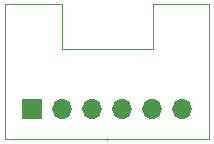
<source format=gts>
G04 #@! TF.FileFunction,Soldermask,Top*
%FSLAX46Y46*%
G04 Gerber Fmt 4.6, Leading zero omitted, Abs format (unit mm)*
G04 Created by KiCad (PCBNEW 4.0.6) date 12/30/17 12:21:30*
%MOMM*%
%LPD*%
G01*
G04 APERTURE LIST*
%ADD10C,0.150000*%
%ADD11C,0.020000*%
%ADD12R,1.700000X1.700000*%
%ADD13O,1.700000X1.700000*%
G04 APERTURE END LIST*
D10*
D11*
X211994140Y-150647480D02*
X211994140Y-150797340D01*
X215867640Y-139217480D02*
X220630140Y-139217480D01*
X215867640Y-143027480D02*
X215867640Y-139217480D01*
X208146040Y-143027480D02*
X215867640Y-143027480D01*
X208146040Y-139217480D02*
X208146040Y-143027480D01*
X220630140Y-150647480D02*
X203358140Y-150647480D01*
X220630140Y-139217480D02*
X220630140Y-150647480D01*
X203358140Y-139217480D02*
X208146040Y-139217480D01*
X203358140Y-150647480D02*
X203358140Y-139217480D01*
D12*
X205635860Y-148142960D03*
D13*
X208175860Y-148142960D03*
X210715860Y-148142960D03*
X213255860Y-148142960D03*
X215795860Y-148142960D03*
X218335860Y-148142960D03*
M02*

</source>
